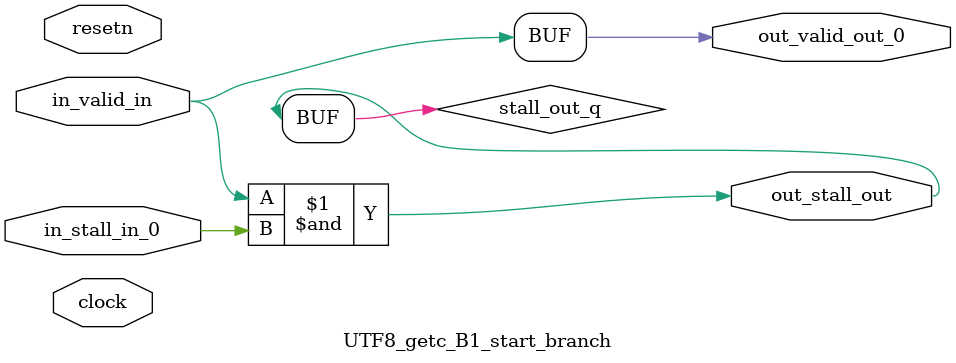
<source format=sv>



(* altera_attribute = "-name AUTO_SHIFT_REGISTER_RECOGNITION OFF; -name MESSAGE_DISABLE 10036; -name MESSAGE_DISABLE 10037; -name MESSAGE_DISABLE 14130; -name MESSAGE_DISABLE 14320; -name MESSAGE_DISABLE 15400; -name MESSAGE_DISABLE 14130; -name MESSAGE_DISABLE 10036; -name MESSAGE_DISABLE 12020; -name MESSAGE_DISABLE 12030; -name MESSAGE_DISABLE 12010; -name MESSAGE_DISABLE 12110; -name MESSAGE_DISABLE 14320; -name MESSAGE_DISABLE 13410; -name MESSAGE_DISABLE 113007; -name MESSAGE_DISABLE 10958" *)
module UTF8_getc_B1_start_branch (
    input wire [0:0] in_stall_in_0,
    input wire [0:0] in_valid_in,
    output wire [0:0] out_stall_out,
    output wire [0:0] out_valid_out_0,
    input wire clock,
    input wire resetn
    );

    wire [0:0] stall_out_q;


    // stall_out(LOGICAL,6)
    assign stall_out_q = in_valid_in & in_stall_in_0;

    // out_stall_out(GPOUT,4)
    assign out_stall_out = stall_out_q;

    // out_valid_out_0(GPOUT,5)
    assign out_valid_out_0 = in_valid_in;

endmodule

</source>
